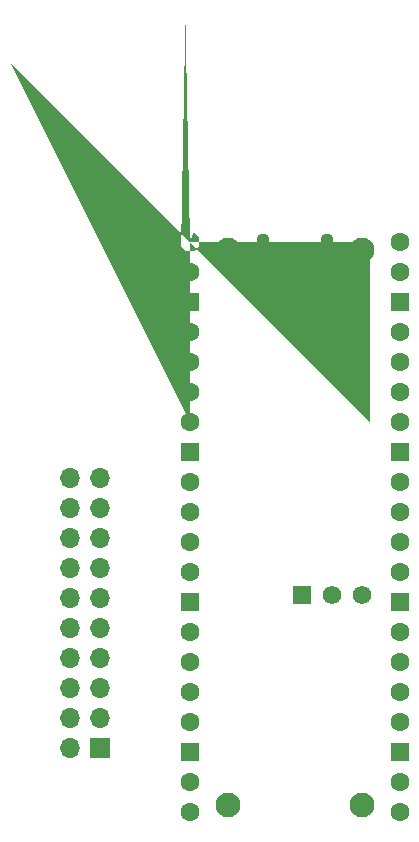
<source format=gbr>
%TF.GenerationSoftware,KiCad,Pcbnew,7.0.2*%
%TF.CreationDate,2023-04-28T15:55:32+02:00*%
%TF.ProjectId,picow_adapter,7069636f-775f-4616-9461-707465722e6b,rev?*%
%TF.SameCoordinates,Original*%
%TF.FileFunction,Soldermask,Bot*%
%TF.FilePolarity,Negative*%
%FSLAX46Y46*%
G04 Gerber Fmt 4.6, Leading zero omitted, Abs format (unit mm)*
G04 Created by KiCad (PCBNEW 7.0.2) date 2023-04-28 15:55:32*
%MOMM*%
%LPD*%
G01*
G04 APERTURE LIST*
G04 Aperture macros list*
%AMRoundRect*
0 Rectangle with rounded corners*
0 $1 Rounding radius*
0 $2 $3 $4 $5 $6 $7 $8 $9 X,Y pos of 4 corners*
0 Add a 4 corners polygon primitive as box body*
4,1,4,$2,$3,$4,$5,$6,$7,$8,$9,$2,$3,0*
0 Add four circle primitives for the rounded corners*
1,1,$1+$1,$2,$3*
1,1,$1+$1,$4,$5*
1,1,$1+$1,$6,$7*
1,1,$1+$1,$8,$9*
0 Add four rect primitives between the rounded corners*
20,1,$1+$1,$2,$3,$4,$5,0*
20,1,$1+$1,$4,$5,$6,$7,0*
20,1,$1+$1,$6,$7,$8,$9,0*
20,1,$1+$1,$8,$9,$2,$3,0*%
%AMFreePoly0*
4,1,58,0.281242,0.792533,0.314585,0.788777,0.324216,0.782725,0.335306,0.780194,0.361541,0.759271,0.389950,0.741421,0.741421,0.389950,0.759271,0.361541,0.780194,0.335306,0.782725,0.324216,0.788777,0.314585,0.792533,0.281242,0.800000,0.248529,0.800000,-0.248529,0.792533,-0.281242,0.788777,-0.314585,0.782725,-0.324216,0.780194,-0.335306,0.759271,-0.361541,0.741421,-0.389950,
0.389950,-0.741421,0.361541,-0.759271,0.335306,-0.780194,0.324216,-0.782725,0.314585,-0.788777,0.281242,-0.792533,0.248529,-0.800000,0.000000,-0.800000,-0.248529,-0.800000,-0.281242,-0.792533,-0.314585,-0.788777,-0.324216,-0.782725,-0.335306,-0.780194,-0.361541,-0.759271,-0.389950,-0.741421,-0.741421,-0.389950,-0.759271,-0.361541,-0.780194,-0.335306,-0.782725,-0.324216,-0.788777,-0.314585,
-0.792533,-0.281242,-0.800000,-0.248529,-0.800000,0.248529,-0.792533,0.281242,-0.788777,0.314585,-0.782725,0.324216,-0.780194,0.335306,-0.759271,0.361541,-0.741421,0.389950,-0.389950,0.741421,-0.361541,0.759271,-0.335306,0.780194,-0.324216,0.782725,-0.314585,0.788777,-0.281242,0.792533,-0.248529,0.800000,0.248529,0.800000,0.281242,0.792533,0.281242,0.792533,$1*%
G04 Aperture macros list end*
%ADD10C,2.100000*%
%ADD11O,1.100000X1.800000*%
%ADD12O,1.050000X1.450000*%
%ADD13FreePoly0,0.000000*%
%ADD14C,1.600000*%
%ADD15RoundRect,0.200000X-0.600000X-0.600000X0.600000X-0.600000X0.600000X0.600000X-0.600000X0.600000X0*%
%ADD16R,1.574800X1.574800*%
%ADD17C,1.574800*%
%ADD18R,1.700000X1.700000*%
%ADD19O,1.700000X1.700000*%
%ADD20RoundRect,0.150000X-0.150000X0.587500X-0.150000X-0.587500X0.150000X-0.587500X0.150000X0.587500X0*%
G04 APERTURE END LIST*
D10*
%TO.C,A1*%
X62880000Y-42925000D03*
X62880000Y-89925000D03*
D11*
X65855000Y-42425000D03*
D12*
X66155000Y-45455000D03*
X71005000Y-45455000D03*
D11*
X71305000Y-42425000D03*
D10*
X74280000Y-42925000D03*
X74280000Y-89925000D03*
D13*
X59690000Y-42295000D03*
D14*
X59690000Y-44835000D03*
D15*
X59690000Y-47375000D03*
D14*
X59690000Y-49915000D03*
X59690000Y-52455000D03*
X59690000Y-54995000D03*
X59690000Y-57535000D03*
D15*
X59690000Y-60075000D03*
D14*
X59690000Y-62615000D03*
X59690000Y-65155000D03*
X59690000Y-67695000D03*
X59690000Y-70235000D03*
D15*
X59690000Y-72775000D03*
D14*
X59690000Y-75315000D03*
X59690000Y-77855000D03*
X59690000Y-80395000D03*
X59690000Y-82935000D03*
D15*
X59690000Y-85475000D03*
D14*
X59690000Y-88015000D03*
X59690000Y-90555000D03*
X77470000Y-90555000D03*
X77470000Y-88015000D03*
D15*
X77470000Y-85475000D03*
D14*
X77470000Y-82935000D03*
X77470000Y-80395000D03*
X77470000Y-77855000D03*
X77470000Y-75315000D03*
D15*
X77470000Y-72775000D03*
D14*
X77470000Y-70235000D03*
X77470000Y-67695000D03*
X77470000Y-65155000D03*
X77470000Y-62615000D03*
D15*
X77470000Y-60075000D03*
D14*
X77470000Y-57535000D03*
X77470000Y-54995000D03*
X77470000Y-52455000D03*
X77470000Y-49915000D03*
D15*
X77470000Y-47375000D03*
D14*
X77470000Y-44835000D03*
X77470000Y-42295000D03*
D16*
X69164200Y-72125000D03*
D17*
X71704200Y-72125000D03*
X74244200Y-72125000D03*
%TD*%
D18*
%TO.C,J1*%
X52050000Y-85060000D03*
D19*
X49510000Y-85060000D03*
X52050000Y-82520000D03*
X49510000Y-82520000D03*
X52050000Y-79980000D03*
X49510000Y-79980000D03*
X52050000Y-77440000D03*
X49510000Y-77440000D03*
X52050000Y-74900000D03*
X49510000Y-74900000D03*
X52050000Y-72360000D03*
X49510000Y-72360000D03*
X52050000Y-69820000D03*
X49510000Y-69820000D03*
X52050000Y-67280000D03*
X49510000Y-67280000D03*
X52050000Y-64740000D03*
X49510000Y-64740000D03*
X52050000Y-62200000D03*
X49510000Y-62200000D03*
%TD*%
D20*
%TO.C,Q1*%
X72710000Y-49862500D03*
X74610000Y-49862500D03*
X73660000Y-51737500D03*
%TD*%
M02*

</source>
